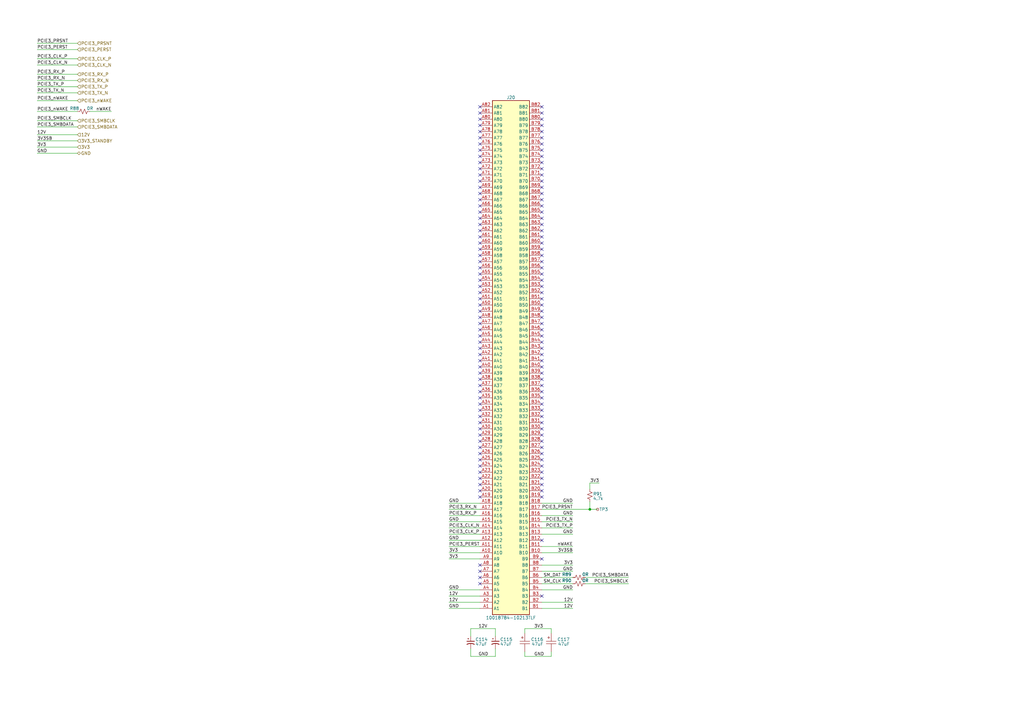
<source format=kicad_sch>
(kicad_sch (version 20230121) (generator eeschema)
  (paper "A3")
  (lib_symbols
    (symbol "CholaSymbolsPrjLib:10018784-10213TLF"
      (property "Reference" "J" (at 21.59 7.62 0))
      (property "Value" "10018784-10213TLF" (at 21.59 5.08 0))
      (symbol "10018784-10213TLF_1_1"
        (rectangle (start 5.08 2.54) (end 20.32 -208.28) (stroke (width 0.254)) (fill (type background)))
        (pin passive line (at 0 0 0) (length 5.08) (name "A1") (number "A1"))
        (pin passive line (at 0 -22.86 0) (length 5.08) (name "A10") (number "A10"))
        (pin passive line (at 0 -25.4 0) (length 5.08) (name "A11") (number "A11"))
        (pin passive line (at 0 -27.94 0) (length 5.08) (name "A12") (number "A12"))
        (pin passive line (at 0 -30.48 0) (length 5.08) (name "A13") (number "A13"))
        (pin passive line (at 0 -33.02 0) (length 5.08) (name "A14") (number "A14"))
        (pin passive line (at 0 -35.56 0) (length 5.08) (name "A15") (number "A15"))
        (pin passive line (at 0 -38.1 0) (length 5.08) (name "A16") (number "A16"))
        (pin passive line (at 0 -40.64 0) (length 5.08) (name "A17") (number "A17"))
        (pin passive line (at 0 -43.18 0) (length 5.08) (name "A18") (number "A18"))
        (pin passive line (at 0 -45.72 0) (length 5.08) (name "A19") (number "A19"))
        (pin passive line (at 0 -2.54 0) (length 5.08) (name "A2") (number "A2"))
        (pin passive line (at 0 -48.26 0) (length 5.08) (name "A20") (number "A20"))
        (pin passive line (at 0 -50.8 0) (length 5.08) (name "A21") (number "A21"))
        (pin passive line (at 0 -53.34 0) (length 5.08) (name "A22") (number "A22"))
        (pin passive line (at 0 -55.88 0) (length 5.08) (name "A23") (number "A23"))
        (pin passive line (at 0 -58.42 0) (length 5.08) (name "A24") (number "A24"))
        (pin passive line (at 0 -60.96 0) (length 5.08) (name "A25") (number "A25"))
        (pin passive line (at 0 -63.5 0) (length 5.08) (name "A26") (number "A26"))
        (pin passive line (at 0 -66.04 0) (length 5.08) (name "A27") (number "A27"))
        (pin passive line (at 0 -68.58 0) (length 5.08) (name "A28") (number "A28"))
        (pin passive line (at 0 -71.12 0) (length 5.08) (name "A29") (number "A29"))
        (pin passive line (at 0 -5.08 0) (length 5.08) (name "A3") (number "A3"))
        (pin passive line (at 0 -73.66 0) (length 5.08) (name "A30") (number "A30"))
        (pin passive line (at 0 -76.2 0) (length 5.08) (name "A31") (number "A31"))
        (pin passive line (at 0 -78.74 0) (length 5.08) (name "A32") (number "A32"))
        (pin passive line (at 0 -81.28 0) (length 5.08) (name "A33") (number "A33"))
        (pin passive line (at 0 -83.82 0) (length 5.08) (name "A34") (number "A34"))
        (pin passive line (at 0 -86.36 0) (length 5.08) (name "A35") (number "A35"))
        (pin passive line (at 0 -88.9 0) (length 5.08) (name "A36") (number "A36"))
        (pin passive line (at 0 -91.44 0) (length 5.08) (name "A37") (number "A37"))
        (pin passive line (at 0 -93.98 0) (length 5.08) (name "A38") (number "A38"))
        (pin passive line (at 0 -96.52 0) (length 5.08) (name "A39") (number "A39"))
        (pin passive line (at 0 -7.62 0) (length 5.08) (name "A4") (number "A4"))
        (pin passive line (at 0 -99.06 0) (length 5.08) (name "A40") (number "A40"))
        (pin passive line (at 0 -101.6 0) (length 5.08) (name "A41") (number "A41"))
        (pin passive line (at 0 -104.14 0) (length 5.08) (name "A42") (number "A42"))
        (pin passive line (at 0 -106.68 0) (length 5.08) (name "A43") (number "A43"))
        (pin passive line (at 0 -109.22 0) (length 5.08) (name "A44") (number "A44"))
        (pin passive line (at 0 -111.76 0) (length 5.08) (name "A45") (number "A45"))
        (pin passive line (at 0 -114.3 0) (length 5.08) (name "A46") (number "A46"))
        (pin passive line (at 0 -116.84 0) (length 5.08) (name "A47") (number "A47"))
        (pin passive line (at 0 -119.38 0) (length 5.08) (name "A48") (number "A48"))
        (pin passive line (at 0 -121.92 0) (length 5.08) (name "A49") (number "A49"))
        (pin passive line (at 0 -10.16 0) (length 5.08) (name "A5") (number "A5"))
        (pin passive line (at 0 -124.46 0) (length 5.08) (name "A50") (number "A50"))
        (pin passive line (at 0 -127 0) (length 5.08) (name "A51") (number "A51"))
        (pin passive line (at 0 -129.54 0) (length 5.08) (name "A52") (number "A52"))
        (pin passive line (at 0 -132.08 0) (length 5.08) (name "A53") (number "A53"))
        (pin passive line (at 0 -134.62 0) (length 5.08) (name "A54") (number "A54"))
        (pin passive line (at 0 -137.16 0) (length 5.08) (name "A55") (number "A55"))
        (pin passive line (at 0 -139.7 0) (length 5.08) (name "A56") (number "A56"))
        (pin passive line (at 0 -142.24 0) (length 5.08) (name "A57") (number "A57"))
        (pin passive line (at 0 -144.78 0) (length 5.08) (name "A58") (number "A58"))
        (pin passive line (at 0 -147.32 0) (length 5.08) (name "A59") (number "A59"))
        (pin passive line (at 0 -12.7 0) (length 5.08) (name "A6") (number "A6"))
        (pin passive line (at 0 -149.86 0) (length 5.08) (name "A60") (number "A60"))
        (pin passive line (at 0 -152.4 0) (length 5.08) (name "A61") (number "A61"))
        (pin passive line (at 0 -154.94 0) (length 5.08) (name "A62") (number "A62"))
        (pin passive line (at 0 -157.48 0) (length 5.08) (name "A63") (number "A63"))
        (pin passive line (at 0 -160.02 0) (length 5.08) (name "A64") (number "A64"))
        (pin passive line (at 0 -162.56 0) (length 5.08) (name "A65") (number "A65"))
        (pin passive line (at 0 -165.1 0) (length 5.08) (name "A66") (number "A66"))
        (pin passive line (at 0 -167.64 0) (length 5.08) (name "A67") (number "A67"))
        (pin passive line (at 0 -170.18 0) (length 5.08) (name "A68") (number "A68"))
        (pin passive line (at 0 -172.72 0) (length 5.08) (name "A69") (number "A69"))
        (pin passive line (at 0 -15.24 0) (length 5.08) (name "A7") (number "A7"))
        (pin passive line (at 0 -175.26 0) (length 5.08) (name "A70") (number "A70"))
        (pin passive line (at 0 -177.8 0) (length 5.08) (name "A71") (number "A71"))
        (pin passive line (at 0 -180.34 0) (length 5.08) (name "A72") (number "A72"))
        (pin passive line (at 0 -182.88 0) (length 5.08) (name "A73") (number "A73"))
        (pin passive line (at 0 -185.42 0) (length 5.08) (name "A74") (number "A74"))
        (pin passive line (at 0 -187.96 0) (length 5.08) (name "A75") (number "A75"))
        (pin passive line (at 0 -190.5 0) (length 5.08) (name "A76") (number "A76"))
        (pin passive line (at 0 -193.04 0) (length 5.08) (name "A77") (number "A77"))
        (pin passive line (at 0 -195.58 0) (length 5.08) (name "A78") (number "A78"))
        (pin passive line (at 0 -198.12 0) (length 5.08) (name "A79") (number "A79"))
        (pin passive line (at 0 -17.78 0) (length 5.08) (name "A8") (number "A8"))
        (pin passive line (at 0 -200.66 0) (length 5.08) (name "A80") (number "A80"))
        (pin passive line (at 0 -203.2 0) (length 5.08) (name "A81") (number "A81"))
        (pin passive line (at 0 -205.74 0) (length 5.08) (name "A82") (number "A82"))
        (pin passive line (at 0 -20.32 0) (length 5.08) (name "A9") (number "A9"))
        (pin passive line (at 25.4 0 180) (length 5.08) (name "B1") (number "B1"))
        (pin passive line (at 25.4 -22.86 180) (length 5.08) (name "B10") (number "B10"))
        (pin passive line (at 25.4 -25.4 180) (length 5.08) (name "B11") (number "B11"))
        (pin passive line (at 25.4 -27.94 180) (length 5.08) (name "B12") (number "B12"))
        (pin passive line (at 25.4 -30.48 180) (length 5.08) (name "B13") (number "B13"))
        (pin passive line (at 25.4 -33.02 180) (length 5.08) (name "B14") (number "B14"))
        (pin passive line (at 25.4 -35.56 180) (length 5.08) (name "B15") (number "B15"))
        (pin passive line (at 25.4 -38.1 180) (length 5.08) (name "B16") (number "B16"))
        (pin passive line (at 25.4 -40.64 180) (length 5.08) (name "B17") (number "B17"))
        (pin passive line (at 25.4 -43.18 180) (length 5.08) (name "B18") (number "B18"))
        (pin passive line (at 25.4 -45.72 180) (length 5.08) (name "B19") (number "B19"))
        (pin passive line (at 25.4 -2.54 180) (length 5.08) (name "B2") (number "B2"))
        (pin passive line (at 25.4 -48.26 180) (length 5.08) (name "B20") (number "B20"))
        (pin passive line (at 25.4 -50.8 180) (length 5.08) (name "B21") (number "B21"))
        (pin passive line (at 25.4 -53.34 180) (length 5.08) (name "B22") (number "B22"))
        (pin passive line (at 25.4 -55.88 180) (length 5.08) (name "B23") (number "B23"))
        (pin passive line (at 25.4 -58.42 180) (length 5.08) (name "B24") (number "B24"))
        (pin passive line (at 25.4 -60.96 180) (length 5.08) (name "B25") (number "B25"))
        (pin passive line (at 25.4 -63.5 180) (length 5.08) (name "B26") (number "B26"))
        (pin passive line (at 25.4 -66.04 180) (length 5.08) (name "B27") (number "B27"))
        (pin passive line (at 25.4 -68.58 180) (length 5.08) (name "B28") (number "B28"))
        (pin passive line (at 25.4 -71.12 180) (length 5.08) (name "B29") (number "B29"))
        (pin passive line (at 25.4 -5.08 180) (length 5.08) (name "B3") (number "B3"))
        (pin passive line (at 25.4 -73.66 180) (length 5.08) (name "B30") (number "B30"))
        (pin passive line (at 25.4 -76.2 180) (length 5.08) (name "B31") (number "B31"))
        (pin passive line (at 25.4 -78.74 180) (length 5.08) (name "B32") (number "B32"))
        (pin passive line (at 25.4 -81.28 180) (length 5.08) (name "B33") (number "B33"))
        (pin passive line (at 25.4 -83.82 180) (length 5.08) (name "B34") (number "B34"))
        (pin passive line (at 25.4 -86.36 180) (length 5.08) (name "B35") (number "B35"))
        (pin passive line (at 25.4 -88.9 180) (length 5.08) (name "B36") (number "B36"))
        (pin passive line (at 25.4 -91.44 180) (length 5.08) (name "B37") (number "B37"))
        (pin passive line (at 25.4 -93.98 180) (length 5.08) (name "B38") (number "B38"))
        (pin passive line (at 25.4 -96.52 180) (length 5.08) (name "B39") (number "B39"))
        (pin passive line (at 25.4 -7.62 180) (length 5.08) (name "B4") (number "B4"))
        (pin passive line (at 25.4 -99.06 180) (length 5.08) (name "B40") (number "B40"))
        (pin passive line (at 25.4 -101.6 180) (length 5.08) (name "B41") (number "B41"))
        (pin passive line (at 25.4 -104.14 180) (length 5.08) (name "B42") (number "B42"))
        (pin passive line (at 25.4 -106.68 180) (length 5.08) (name "B43") (number "B43"))
        (pin passive line (at 25.4 -109.22 180) (length 5.08) (name "B44") (number "B44"))
        (pin passive line (at 25.4 -111.76 180) (length 5.08) (name "B45") (number "B45"))
        (pin passive line (at 25.4 -114.3 180) (length 5.08) (name "B46") (number "B46"))
        (pin passive line (at 25.4 -116.84 180) (length 5.08) (name "B47") (number "B47"))
        (pin passive line (at 25.4 -119.38 180) (length 5.08) (name "B48") (number "B48"))
        (pin passive line (at 25.4 -121.92 180) (length 5.08) (name "B49") (number "B49"))
        (pin passive line (at 25.4 -10.16 180) (length 5.08) (name "B5") (number "B5"))
        (pin passive line (at 25.4 -124.46 180) (length 5.08) (name "B50") (number "B50"))
        (pin passive line (at 25.4 -127 180) (length 5.08) (name "B51") (number "B51"))
        (pin passive line (at 25.4 -129.54 180) (length 5.08) (name "B52") (number "B52"))
        (pin passive line (at 25.4 -132.08 180) (length 5.08) (name "B53") (number "B53"))
        (pin passive line (at 25.4 -134.62 180) (length 5.08) (name "B54") (number "B54"))
        (pin passive line (at 25.4 -137.16 180) (length 5.08) (name "B55") (number "B55"))
        (pin passive line (at 25.4 -139.7 180) (length 5.08) (name "B56") (number "B56"))
        (pin passive line (at 25.4 -142.24 180) (length 5.08) (name "B57") (number "B57"))
        (pin passive line (at 25.4 -144.78 180) (length 5.08) (name "B58") (number "B58"))
        (pin passive line (at 25.4 -147.32 180) (length 5.08) (name "B59") (number "B59"))
        (pin passive line (at 25.4 -12.7 180) (length 5.08) (name "B6") (number "B6"))
        (pin passive line (at 25.4 -149.86 180) (length 5.08) (name "B60") (number "B60"))
        (pin passive line (at 25.4 -152.4 180) (length 5.08) (name "B61") (number "B61"))
        (pin passive line (at 25.4 -154.94 180) (length 5.08) (name "B62") (number "B62"))
        (pin passive line (at 25.4 -157.48 180) (length 5.08) (name "B63") (number "B63"))
        (pin passive line (at 25.4 -160.02 180) (length 5.08) (name "B64") (number "B64"))
        (pin passive line (at 25.4 -162.56 180) (length 5.08) (name "B65") (number "B65"))
        (pin passive line (at 25.4 -165.1 180) (length 5.08) (name "B66") (number "B66"))
        (pin passive line (at 25.4 -167.64 180) (length 5.08) (name "B67") (number "B67"))
        (pin passive line (at 25.4 -170.18 180) (length 5.08) (name "B68") (number "B68"))
        (pin passive line (at 25.4 -172.72 180) (length 5.08) (name "B69") (number "B69"))
        (pin passive line (at 25.4 -15.24 180) (length 5.08) (name "B7") (number "B7"))
        (pin passive line (at 25.4 -175.26 180) (length 5.08) (name "B70") (number "B70"))
        (pin passive line (at 25.4 -177.8 180) (length 5.08) (name "B71") (number "B71"))
        (pin passive line (at 25.4 -180.34 180) (length 5.08) (name "B72") (number "B72"))
        (pin passive line (at 25.4 -182.88 180) (length 5.08) (name "B73") (number "B73"))
        (pin passive line (at 25.4 -185.42 180) (length 5.08) (name "B74") (number "B74"))
        (pin passive line (at 25.4 -187.96 180) (length 5.08) (name "B75") (number "B75"))
        (pin passive line (at 25.4 -190.5 180) (length 5.08) (name "B76") (number "B76"))
        (pin passive line (at 25.4 -193.04 180) (length 5.08) (name "B77") (number "B77"))
        (pin passive line (at 25.4 -195.58 180) (length 5.08) (name "B78") (number "B78"))
        (pin passive line (at 25.4 -198.12 180) (length 5.08) (name "B79") (number "B79"))
        (pin passive line (at 25.4 -17.78 180) (length 5.08) (name "B8") (number "B8"))
        (pin passive line (at 25.4 -200.66 180) (length 5.08) (name "B80") (number "B80"))
        (pin passive line (at 25.4 -203.2 180) (length 5.08) (name "B81") (number "B81"))
        (pin passive line (at 25.4 -205.74 180) (length 5.08) (name "B82") (number "B82"))
        (pin passive line (at 25.4 -20.32 180) (length 5.08) (name "B9") (number "B9"))
      )
    )
    (symbol "CholaSymbolsPrjLib:35CE47AX" (pin_numbers hide) (pin_names hide)
      (property "Reference" "C" (at -3.302 -0.254 0))
      (property "Value" "35CE47AX" (at 0.762 -11.176 0))
      (symbol "35CE47AX_0_1"
        (polyline (pts (xy -1.524 0.508) (xy 1.524 0.508)) (stroke (width 0.3048)))
        (polyline (pts (xy -1.27 1.524) (xy -0.762 1.524)))
        (polyline (pts (xy -1.016 1.27) (xy -1.016 1.778)))
        (arc (start 1.524 -0.762) (mid 0 -0.3734) (end -1.524 -0.762) (stroke (width 0.3048)))
      )
      (symbol "35CE47AX_1_1"
        (pin passive line (at 0 2.54 270) (length 2.032) (name "~") (number "1"))
        (pin passive line (at 0 -2.54 90) (length 2.032) (name "~") (number "2"))
      )
    )
    (symbol "CholaSymbolsPrjLib:CA45-A-6_3V-47UF-K" (pin_numbers hide) (pin_names hide)
      (property "Reference" "C" (at 0 3.556 0))
      (property "Value" "CA45-A-6_3V-47UF-K" (at 1.016 -9.144 0))
      (symbol "CA45-A-6_3V-47UF-K_0_1"
        (polyline (pts (xy -0.508 -2.032) (xy -0.508 2.032)))
        (polyline (pts (xy -0.508 0) (xy -1.27 0)))
        (polyline (pts (xy 0.508 -2.032) (xy 0.508 2.032)))
        (polyline (pts (xy 1.27 0) (xy 0.508 0)))
        (polyline (pts (xy 2.032 -1.524) (xy 2.032 -0.508)))
        (polyline (pts (xy 2.54 -1.016) (xy 1.524 -1.016)))
        (pin input line (at 3.81 0 180) (length 2.54) (name "1") (number "1"))
        (pin input line (at -3.81 0 0) (length 2.54) (name "2") (number "2"))
      )
    )
    (symbol "CholaSymbolsPrjLib:R_Small_US" (pin_numbers hide) (pin_names (offset 0.254) hide)
      (property "Reference" "R" (at 0.762 0.508 0))
      (property "Value" "R_Small_US" (at 0.762 -1.016 0))
      (symbol "R_Small_US_1_1"
        (polyline (pts (xy 0 0) (xy 1.016 -0.381) (xy 0 -0.762) (xy -1.016 -1.143) (xy 0 -1.524)))
        (polyline (pts (xy 0 1.524) (xy 1.016 1.143) (xy 0 0.762) (xy -1.016 0.381) (xy 0 0)))
        (pin passive line (at 0 2.54 270) (length 1.016) (name "~") (number "1"))
        (pin passive line (at 0 -2.54 90) (length 1.016) (name "~") (number "2"))
      )
    )
    (symbol "CholaSymbolsPrjLib:TestPoint_Small" (pin_numbers hide) (pin_names (offset 0.762) hide)
      (property "Reference" "TP" (at 0 3.81 0))
      (property "Value" "TestPoint_Small" (at 0 2.032 0))
      (symbol "TestPoint_Small_0_1"
        (circle (center 0 0) (radius 0.508))
      )
      (symbol "TestPoint_Small_1_1"
        (pin passive line (at 0 0 90) (length 0) (name "1") (number "1"))
      )
    )
  )
  (junction (at 241.935 208.915))
  (no_connect (at 196.85 153.035))
  (no_connect (at 222.25 99.695))
  (no_connect (at 222.25 196.215))
  (no_connect (at 196.85 51.435))
  (no_connect (at 222.25 66.675))
  (no_connect (at 196.85 79.375))
  (no_connect (at 222.25 193.675))
  (no_connect (at 222.25 89.535))
  (no_connect (at 196.85 191.135))
  (no_connect (at 222.25 155.575))
  (no_connect (at 222.25 180.975))
  (no_connect (at 196.85 137.795))
  (no_connect (at 196.85 104.775))
  (no_connect (at 222.25 130.175))
  (no_connect (at 222.25 127.635))
  (no_connect (at 196.85 59.055))
  (no_connect (at 196.85 180.975))
  (no_connect (at 222.25 51.435))
  (no_connect (at 222.25 69.215))
  (no_connect (at 196.85 125.095))
  (no_connect (at 222.25 79.375))
  (no_connect (at 196.85 86.995))
  (no_connect (at 196.85 201.295))
  (no_connect (at 222.25 186.055))
  (no_connect (at 196.85 74.295))
  (no_connect (at 222.25 188.595))
  (no_connect (at 196.85 94.615))
  (no_connect (at 196.85 122.555))
  (no_connect (at 222.25 53.975))
  (no_connect (at 222.25 140.335))
  (no_connect (at 222.25 81.915))
  (no_connect (at 222.25 74.295))
  (no_connect (at 196.85 186.055))
  (no_connect (at 222.25 145.415))
  (no_connect (at 196.85 142.875))
  (no_connect (at 222.25 244.475))
  (no_connect (at 222.25 76.835))
  (no_connect (at 196.85 89.535))
  (no_connect (at 196.85 196.215))
  (no_connect (at 222.25 92.075))
  (no_connect (at 196.85 76.835))
  (no_connect (at 196.85 56.515))
  (no_connect (at 196.85 84.455))
  (no_connect (at 196.85 165.735))
  (no_connect (at 222.25 163.195))
  (no_connect (at 196.85 193.675))
  (no_connect (at 196.85 158.115))
  (no_connect (at 196.85 130.175))
  (no_connect (at 222.25 102.235))
  (no_connect (at 222.25 165.735))
  (no_connect (at 222.25 109.855))
  (no_connect (at 222.25 198.755))
  (no_connect (at 196.85 64.135))
  (no_connect (at 222.25 94.615))
  (no_connect (at 196.85 147.955))
  (no_connect (at 222.25 132.715))
  (no_connect (at 222.25 122.555))
  (no_connect (at 196.85 163.195))
  (no_connect (at 222.25 120.015))
  (no_connect (at 222.25 114.935))
  (no_connect (at 222.25 173.355))
  (no_connect (at 222.25 107.315))
  (no_connect (at 196.85 81.915))
  (no_connect (at 196.85 43.815))
  (no_connect (at 222.25 183.515))
  (no_connect (at 196.85 117.475))
  (no_connect (at 222.25 191.135))
  (no_connect (at 222.25 64.135))
  (no_connect (at 196.85 155.575))
  (no_connect (at 222.25 56.515))
  (no_connect (at 196.85 150.495))
  (no_connect (at 222.25 229.235))
  (no_connect (at 222.25 112.395))
  (no_connect (at 222.25 142.875))
  (no_connect (at 222.25 137.795))
  (no_connect (at 196.85 170.815))
  (no_connect (at 196.85 69.215))
  (no_connect (at 196.85 112.395))
  (no_connect (at 196.85 188.595))
  (no_connect (at 196.85 46.355))
  (no_connect (at 196.85 109.855))
  (no_connect (at 196.85 48.895))
  (no_connect (at 196.85 132.715))
  (no_connect (at 196.85 173.355))
  (no_connect (at 222.25 147.955))
  (no_connect (at 196.85 107.315))
  (no_connect (at 196.85 239.395))
  (no_connect (at 222.25 158.115))
  (no_connect (at 196.85 175.895))
  (no_connect (at 196.85 198.755))
  (no_connect (at 196.85 99.695))
  (no_connect (at 196.85 127.635))
  (no_connect (at 222.25 97.155))
  (no_connect (at 196.85 102.235))
  (no_connect (at 222.25 61.595))
  (no_connect (at 222.25 48.895))
  (no_connect (at 222.25 117.475))
  (no_connect (at 196.85 120.015))
  (no_connect (at 196.85 234.315))
  (no_connect (at 196.85 114.935))
  (no_connect (at 196.85 135.255))
  (no_connect (at 196.85 97.155))
  (no_connect (at 222.25 178.435))
  (no_connect (at 222.25 104.775))
  (no_connect (at 222.25 46.355))
  (no_connect (at 222.25 86.995))
  (no_connect (at 196.85 236.855))
  (no_connect (at 196.85 160.655))
  (no_connect (at 196.85 53.975))
  (no_connect (at 196.85 140.335))
  (no_connect (at 222.25 221.615))
  (no_connect (at 222.25 71.755))
  (no_connect (at 222.25 201.295))
  (no_connect (at 222.25 59.055))
  (no_connect (at 196.85 168.275))
  (no_connect (at 196.85 61.595))
  (no_connect (at 196.85 145.415))
  (no_connect (at 222.25 170.815))
  (no_connect (at 222.25 168.275))
  (no_connect (at 196.85 71.755))
  (no_connect (at 196.85 203.835))
  (no_connect (at 196.85 183.515))
  (no_connect (at 196.85 66.675))
  (no_connect (at 222.25 43.815))
  (no_connect (at 222.25 160.655))
  (no_connect (at 222.25 125.095))
  (no_connect (at 222.25 175.895))
  (no_connect (at 196.85 231.775))
  (no_connect (at 222.25 203.835))
  (no_connect (at 222.25 150.495))
  (no_connect (at 196.85 92.075))
  (no_connect (at 222.25 153.035))
  (no_connect (at 222.25 84.455))
  (no_connect (at 222.25 135.255))
  (no_connect (at 196.85 178.435))
  (wire (pts (xy 222.25 213.995) (xy 234.95 213.995)))
  (wire (pts (xy 222.25 216.535) (xy 234.95 216.535)))
  (wire (pts (xy 31.75 26.67) (xy 15.24 26.67)))
  (wire (pts (xy 196.85 224.155) (xy 184.15 224.155)))
  (wire (pts (xy 31.75 38.1) (xy 15.24 38.1)))
  (wire (pts (xy 184.15 249.555) (xy 196.85 249.555)))
  (wire (pts (xy 193.04 269.24) (xy 203.2 269.24)))
  (wire (pts (xy 15.24 17.78) (xy 31.75 17.78)))
  (wire (pts (xy 241.935 198.12) (xy 245.745 198.12)))
  (wire (pts (xy 196.85 208.915) (xy 184.15 208.915)))
  (wire (pts (xy 222.25 224.155) (xy 234.95 224.155)))
  (wire (pts (xy 31.75 35.56) (xy 15.24 35.56)))
  (wire (pts (xy 222.25 241.935) (xy 234.95 241.935)))
  (wire (pts (xy 203.2 257.81) (xy 193.04 257.81)))
  (wire (pts (xy 222.25 208.915) (xy 241.935 208.915)))
  (wire (pts (xy 222.25 234.315) (xy 234.95 234.315)))
  (wire (pts (xy 215.265 259.715) (xy 215.265 257.81)))
  (wire (pts (xy 196.85 219.075) (xy 184.15 219.075)))
  (wire (pts (xy 196.85 211.455) (xy 184.15 211.455)))
  (wire (pts (xy 15.24 62.865) (xy 31.75 62.865)))
  (wire (pts (xy 241.935 208.915) (xy 245.11 208.915)))
  (wire (pts (xy 203.2 266.065) (xy 203.2 269.24)))
  (wire (pts (xy 31.75 41.275) (xy 15.24 41.275)))
  (wire (pts (xy 222.25 219.075) (xy 234.95 219.075)))
  (wire (pts (xy 15.24 60.325) (xy 31.75 60.325)))
  (wire (pts (xy 36.83 45.72) (xy 45.72 45.72)))
  (wire (pts (xy 31.75 52.07) (xy 15.24 52.07)))
  (wire (pts (xy 184.15 244.475) (xy 196.85 244.475)))
  (wire (pts (xy 215.265 267.335) (xy 215.265 269.24)))
  (wire (pts (xy 240.03 239.395) (xy 257.81 239.395)))
  (wire (pts (xy 241.935 200.66) (xy 241.935 198.12)))
  (wire (pts (xy 203.2 260.985) (xy 203.2 257.81)))
  (wire (pts (xy 196.85 221.615) (xy 184.15 221.615)))
  (wire (pts (xy 31.75 20.32) (xy 15.24 20.32)))
  (wire (pts (xy 222.25 231.775) (xy 234.95 231.775)))
  (wire (pts (xy 241.935 205.74) (xy 241.935 208.915)))
  (wire (pts (xy 222.25 247.015) (xy 234.95 247.015)))
  (wire (pts (xy 222.25 236.855) (xy 234.95 236.855)))
  (wire (pts (xy 222.25 239.395) (xy 234.95 239.395)))
  (wire (pts (xy 222.25 211.455) (xy 234.95 211.455)))
  (wire (pts (xy 215.265 269.24) (xy 226.06 269.24)))
  (wire (pts (xy 31.75 24.13) (xy 15.24 24.13)))
  (wire (pts (xy 196.85 213.995) (xy 184.15 213.995)))
  (wire (pts (xy 193.04 257.81) (xy 193.04 260.985)))
  (wire (pts (xy 193.04 266.065) (xy 193.04 269.24)))
  (wire (pts (xy 15.24 57.785) (xy 31.75 57.785)))
  (wire (pts (xy 226.06 269.24) (xy 226.06 267.335)))
  (wire (pts (xy 215.265 257.81) (xy 226.06 257.81)))
  (wire (pts (xy 196.85 216.535) (xy 184.15 216.535)))
  (wire (pts (xy 184.15 247.015) (xy 196.85 247.015)))
  (wire (pts (xy 222.25 206.375) (xy 234.95 206.375)))
  (wire (pts (xy 196.85 229.235) (xy 184.15 229.235)))
  (wire (pts (xy 31.75 30.48) (xy 15.24 30.48)))
  (wire (pts (xy 226.06 257.81) (xy 226.06 259.715)))
  (wire (pts (xy 15.24 55.245) (xy 31.75 55.245)))
  (wire (pts (xy 15.24 45.72) (xy 31.75 45.72)))
  (wire (pts (xy 196.85 226.695) (xy 184.15 226.695)))
  (wire (pts (xy 31.75 33.02) (xy 15.24 33.02)))
  (wire (pts (xy 222.25 249.555) (xy 234.95 249.555)))
  (wire (pts (xy 240.03 236.855) (xy 257.81 236.855)))
  (wire (pts (xy 222.25 226.695) (xy 234.95 226.695)))
  (wire (pts (xy 31.75 49.53) (xy 15.24 49.53)))
  (wire (pts (xy 196.85 206.375) (xy 184.15 206.375)))
  (wire (pts (xy 184.15 241.935) (xy 196.85 241.935)))
  (label "PCIE3_CLK_P" (at 15.24 24.13 0))
  (label "PCIE3_SMBCLK" (at 257.81 239.395 180))
  (label "GND" (at 184.15 206.375 0))
  (label "PCIE3_RX_N" (at 15.24 33.02 0))
  (label "PCIE3_SMBDATA" (at 257.81 236.855 180))
  (label "3V3" (at 15.24 60.325 0))
  (label "GND" (at 234.95 234.315 180))
  (label "3V3" (at 219.075 257.81 0))
  (label "GND" (at 184.15 221.615 0))
  (label "12V" (at 234.95 249.555 180))
  (label "PCIE3_RX_N" (at 184.15 208.915 0))
  (label "GND" (at 184.15 241.935 0))
  (label "PCIE3_nWAKE" (at 15.24 41.275 0))
  (label "nWAKE" (at 234.95 224.155 180))
  (label "PCIE3_CLK_N" (at 184.15 216.535 0))
  (label "GND" (at 234.95 219.075 180))
  (label "12V" (at 196.215 257.81 0))
  (label "PCIE3_PERST" (at 184.15 224.155 0))
  (label "GND" (at 15.24 62.865 0))
  (label "GND" (at 234.95 241.935 180))
  (label "3V3" (at 184.15 229.235 0))
  (label "12V" (at 184.15 244.475 0))
  (label "PCIE3_CLK_P" (at 184.15 219.075 0))
  (label "PCIE3_nWAKE" (at 15.24 45.72 0))
  (label "GND" (at 234.95 206.375 180))
  (label "12V" (at 184.15 247.015 0))
  (label "PCIE3_RX_P" (at 184.15 211.455 0))
  (label "3V3SB" (at 234.95 226.695 180))
  (label "PCIE3_SMBDATA" (at 15.24 52.07 0))
  (label "PCIE3_TX_N" (at 234.95 213.995 180))
  (label "SM_DAT" (at 222.885 236.855 0))
  (label "GND" (at 219.075 269.24 0))
  (label "3V3" (at 234.95 231.775 180))
  (label "GND" (at 196.215 269.24 0))
  (label "PCIE3_TX_N" (at 15.24 38.1 0))
  (label "PCIE3_CLK_N" (at 15.24 26.67 0))
  (label "PCIE3_SMBCLK" (at 15.24 49.53 0))
  (label "3V3" (at 245.745 198.12 180))
  (label "3V3" (at 184.15 226.695 0))
  (label "PCIE3_PRSNT" (at 234.95 208.915 180))
  (label "GND" (at 184.15 249.555 0))
  (label "12V" (at 15.24 55.245 0))
  (label "GND" (at 234.95 211.455 180))
  (label "SM_CLK" (at 222.885 239.395 0))
  (label "PCIE3_TX_P" (at 15.24 35.56 0))
  (label "nWAKE" (at 45.72 45.72 180))
  (label "3V3SB" (at 15.24 57.785 0))
  (label "PCIE3_PRSNT" (at 15.24 17.78 0))
  (label "PCIE3_RX_P" (at 15.24 30.48 0))
  (label "12V" (at 234.95 247.015 180))
  (label "GND" (at 184.15 213.995 0))
  (label "PCIE3_PERST" (at 15.24 20.32 0))
  (label "PCIE3_TX_P" (at 234.95 216.535 180))
  (hierarchical_label "12V" (shape input) (at 31.75 55.245 0))
  (hierarchical_label "PCIE3_CLK_P" (shape input) (at 31.75 24.13 0))
  (hierarchical_label "GND" (shape bidirectional) (at 31.75 62.865 0))
  (hierarchical_label "PCIE3_CLK_N" (shape input) (at 31.75 26.67 0))
  (hierarchical_label "PCIE3_TX_P" (shape input) (at 31.75 35.56 0))
  (hierarchical_label "3V3_STANDBY" (shape input) (at 31.75 57.785 0))
  (hierarchical_label "PCIE3_PERST" (shape input) (at 31.75 20.32 0))
  (hierarchical_label "3V3" (shape input) (at 31.75 60.325 0))
  (hierarchical_label "PCIE3_RX_P" (shape input) (at 31.75 30.48 0))
  (hierarchical_label "PCIE3_RX_N" (shape input) (at 31.75 33.02 0))
  (hierarchical_label "PCIE3_nWAKE" (shape input) (at 31.75 41.275 0))
  (hierarchical_label "PCIE3_TX_N" (shape input) (at 31.75 38.1 0))
  (hierarchical_label "PCIE3_PRSNT" (shape input) (at 31.75 17.78 0))
  (hierarchical_label "PCIE3_SMBDATA" (shape input) (at 31.75 52.07 0))
  (hierarchical_label "PCIE3_SMBCLK" (shape input) (at 31.75 49.53 0))
  (symbol (lib_id "CholaSymbolsPrjLib:R_Small_US") (at 237.49 236.855 270) (unit 1)
    (property "Reference" "R89" (at 230.505 235.585 90) (effects (justify left)))
    (property "Value" "0R" (at 238.76 235.585 90) (effects (justify left)))
    (property "Footprint" "Resistor_SMD:R_0402_1005Metric" (effects hide))
  )
  (symbol (lib_id "CholaSymbolsPrjLib:R_Small_US") (at 237.49 239.395 270) (unit 1)
    (property "Reference" "R90" (at 230.505 238.125 90) (effects (justify left)))
    (property "Value" "0R" (at 238.76 238.125 90) (effects (justify left)))
    (property "Footprint" "Resistor_SMD:R_0402_1005Metric" (effects hide))
  )
  (symbol (lib_id "CholaSymbolsPrjLib:CA45-A-6_3V-47UF-K") (at 215.265 263.525 270) (mirror x) (unit 1)
    (property "Reference" "C116" (at 222.885 262.255 90) (effects (justify right)))
    (property "Value" "47uF" (at 222.885 264.16 90) (effects (justify right)))
    (property "Footprint" "CAP_TANTAL_A:CAP_TANTAL_A" (effects hide))
    (property "Datasheet" "https://item.szlcsc.com/2057730.html" (effects hide))
    (property "LCSC" "C129570" (effects hide))
    (property "Capacitance" "47uF" (effects hide))
  )
  (symbol (lib_id "CholaSymbolsPrjLib:10018784-10213TLF") (at 196.85 249.555 0) (mirror x) (unit 1)
    (property "Reference" "J20" (at 209.55 40.005 0))
    (property "Value" "10018784-10213TLF" (at 209.55 253.365 0))
    (property "Footprint" "PCIE_x16_Slot:PCIE_x16_Slot" (effects hide))
    (property "Datasheet" "https://www.amphenol-icc.com/media/wysiwyg/files/drawing/10018784.pdf" (effects hide))
    (property "Height" "11.25" (effects hide))
    (property "Mouser Part Number" "649-1001878410213TLF" (effects hide))
    (property "Mouser Price/Stock" "https://www.mouser.co.uk/ProductDetail/Amphenol-FCI/10018784-10213TLF?qs=V%252BXmToedwojyHpD4rF0Ewg%3D%3D" (effects hide))
    (property "Manufacturer_Name" "Amphenol" (effects hide))
    (property "Manufacturer_Part_Number" "10018784-10213TLF" (effects hide))
  )
  (symbol (lib_id "CholaSymbolsPrjLib:R_Small_US") (at 34.29 45.72 270) (unit 1)
    (property "Reference" "R88" (at 28.575 44.45 90) (effects (justify left)))
    (property "Value" "0R" (at 35.56 44.45 90) (effects (justify left)))
    (property "Footprint" "Resistor_SMD:R_0402_1005Metric" (effects hide))
  )
  (symbol (lib_id "CholaSymbolsPrjLib:R_Small_US") (at 241.935 203.2 0) (unit 1)
    (property "Reference" "R91" (at 243.205 202.565 0) (effects (justify left)))
    (property "Value" "4.7k" (at 243.205 204.47 0) (effects (justify left)))
    (property "Footprint" "Resistor_SMD:R_0402_1005Metric" (effects hide))
  )
  (symbol (lib_id "CholaSymbolsPrjLib:35CE47AX") (at 203.2 263.525 0) (unit 1)
    (property "Reference" "C115" (at 205.105 262.255 0) (effects (justify left)))
    (property "Value" "47uF" (at 205.105 264.16 0) (effects (justify left)))
    (property "Footprint" "CAP_L6:CAP_L6" (effects hide))
    (property "Datasheet" "https://atta.szlcsc.com/upload/public/pdf/source/20210422/EC1E536C9FD0A94CE1B32C3E1FF5D6BF.pdf" (effects hide))
    (property "LCSC" "C179808" (effects hide))
    (property "Capacitance" "47uF" (effects hide))
  )
  (symbol (lib_id "CholaSymbolsPrjLib:CA45-A-6_3V-47UF-K") (at 226.06 263.525 270) (mirror x) (unit 1)
    (property "Reference" "C117" (at 233.68 262.255 90) (effects (justify right)))
    (property "Value" "47uF" (at 233.68 264.16 90) (effects (justify right)))
    (property "Footprint" "CAP_TANTAL_A:CAP_TANTAL_A" (effects hide))
    (property "Datasheet" "https://item.szlcsc.com/2057730.html" (effects hide))
    (property "LCSC" "C129570" (effects hide))
    (property "Capacitance" "47uF" (effects hide))
  )
  (symbol (lib_id "CholaSymbolsPrjLib:TestPoint_Small") (at 245.11 208.915 0) (unit 1)
    (property "Reference" "TP3" (at 245.745 208.915 0) (effects (justify left)))
    (property "Value" "TestPoint_Small" (effects hide))
    (property "Footprint" "TestPoint:TestPoint_Pad_1.0x1.0mm" (effects hide))
  )
  (symbol (lib_id "CholaSymbolsPrjLib:35CE47AX") (at 193.04 263.525 0) (unit 1)
    (property "Reference" "C114" (at 194.945 262.255 0) (effects (justify left)))
    (property "Value" "47uF" (at 194.945 264.16 0) (effects (justify left)))
    (property "Footprint" "CAP_L6:CAP_L6" (effects hide))
    (property "Datasheet" "https://atta.szlcsc.com/upload/public/pdf/source/20210422/EC1E536C9FD0A94CE1B32C3E1FF5D6BF.pdf" (effects hide))
    (property "LCSC" "C179808" (effects hide))
    (property "Capacitance" "47uF" (effects hide))
  )
)
</source>
